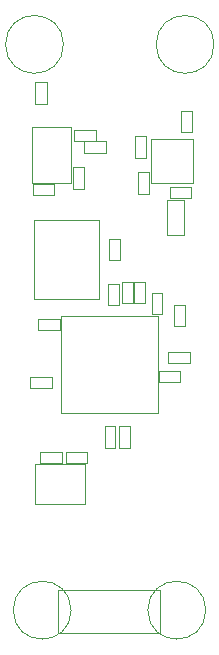
<source format=gbr>
G04 #@! TF.GenerationSoftware,KiCad,Pcbnew,(5.1.9)-1*
G04 #@! TF.CreationDate,2021-05-15T18:25:28+01:00*
G04 #@! TF.ProjectId,EnvOpenPico,456e764f-7065-46e5-9069-636f2e6b6963,REV1*
G04 #@! TF.SameCoordinates,Original*
G04 #@! TF.FileFunction,Other,User*
%FSLAX46Y46*%
G04 Gerber Fmt 4.6, Leading zero omitted, Abs format (unit mm)*
G04 Created by KiCad (PCBNEW (5.1.9)-1) date 2021-05-15 18:25:28*
%MOMM*%
%LPD*%
G01*
G04 APERTURE LIST*
%ADD10C,0.050000*%
G04 APERTURE END LIST*
D10*
X97300000Y-80445000D02*
X102800000Y-80445000D01*
X102800000Y-80445000D02*
X102800000Y-73805000D01*
X102800000Y-73805000D02*
X97300000Y-73805000D01*
X97300000Y-73805000D02*
X97300000Y-80445000D01*
X108560000Y-75040000D02*
X108560000Y-72080000D01*
X110020000Y-75040000D02*
X108560000Y-75040000D01*
X110020000Y-72080000D02*
X110020000Y-75040000D01*
X108560000Y-72080000D02*
X110020000Y-72080000D01*
X105850000Y-68530000D02*
X105850000Y-66670000D01*
X106790000Y-68530000D02*
X105850000Y-68530000D01*
X106790000Y-66670000D02*
X106790000Y-68530000D01*
X105850000Y-66670000D02*
X106790000Y-66670000D01*
X102570000Y-67070000D02*
X100710000Y-67070000D01*
X102570000Y-66130000D02*
X102570000Y-67070000D01*
X100710000Y-66130000D02*
X102570000Y-66130000D01*
X100710000Y-67070000D02*
X100710000Y-66130000D01*
X103390000Y-68080000D02*
X101530000Y-68080000D01*
X103390000Y-67140000D02*
X103390000Y-68080000D01*
X101530000Y-67140000D02*
X103390000Y-67140000D01*
X101530000Y-68080000D02*
X101530000Y-67140000D01*
X100480000Y-70690000D02*
X100480000Y-65890000D01*
X100480000Y-65890000D02*
X97180000Y-65890000D01*
X97180000Y-65890000D02*
X97180000Y-70690000D01*
X97180000Y-70690000D02*
X100480000Y-70690000D01*
X100640000Y-71160000D02*
X100640000Y-69340000D01*
X101560000Y-71160000D02*
X100640000Y-71160000D01*
X101560000Y-69340000D02*
X101560000Y-71160000D01*
X100640000Y-69340000D02*
X101560000Y-69340000D01*
X110800000Y-66900000D02*
X110800000Y-70700000D01*
X110800000Y-70700000D02*
X107200000Y-70700000D01*
X107200000Y-70700000D02*
X107200000Y-66900000D01*
X107200000Y-66900000D02*
X110800000Y-66900000D01*
X106090000Y-69740000D02*
X107010000Y-69740000D01*
X107010000Y-69740000D02*
X107010000Y-71560000D01*
X107010000Y-71560000D02*
X106090000Y-71560000D01*
X106090000Y-71560000D02*
X106090000Y-69740000D01*
X108815000Y-71040000D02*
X110635000Y-71040000D01*
X108815000Y-71960000D02*
X108815000Y-71040000D01*
X110635000Y-71960000D02*
X108815000Y-71960000D01*
X110635000Y-71040000D02*
X110635000Y-71960000D01*
X97425000Y-94450000D02*
X97425000Y-97850000D01*
X97425000Y-97850000D02*
X101625000Y-97850000D01*
X101625000Y-97850000D02*
X101625000Y-94450000D01*
X101625000Y-94450000D02*
X97425000Y-94450000D01*
X112550000Y-58925000D02*
G75*
G03*
X112550000Y-58925000I-2450000J0D01*
G01*
X99800000Y-58925000D02*
G75*
G03*
X99800000Y-58925000I-2450000J0D01*
G01*
X111850000Y-106825000D02*
G75*
G03*
X111850000Y-106825000I-2450000J0D01*
G01*
X100450000Y-106825000D02*
G75*
G03*
X100450000Y-106825000I-2450000J0D01*
G01*
X104535000Y-79190000D02*
X104535000Y-81010000D01*
X103615000Y-79190000D02*
X104535000Y-79190000D01*
X103615000Y-81010000D02*
X103615000Y-79190000D01*
X104535000Y-81010000D02*
X103615000Y-81010000D01*
X96980000Y-87125000D02*
X98800000Y-87125000D01*
X96980000Y-88045000D02*
X96980000Y-87125000D01*
X98800000Y-88045000D02*
X96980000Y-88045000D01*
X98800000Y-87125000D02*
X98800000Y-88045000D01*
X99660000Y-94360000D02*
X97840000Y-94360000D01*
X99660000Y-93440000D02*
X99660000Y-94360000D01*
X97840000Y-93440000D02*
X99660000Y-93440000D01*
X97840000Y-94360000D02*
X97840000Y-93440000D01*
X110060000Y-80965000D02*
X110060000Y-82785000D01*
X109140000Y-80965000D02*
X110060000Y-80965000D01*
X109140000Y-82785000D02*
X109140000Y-80965000D01*
X110060000Y-82785000D02*
X109140000Y-82785000D01*
X103290000Y-93085000D02*
X103290000Y-91265000D01*
X104210000Y-93085000D02*
X103290000Y-93085000D01*
X104210000Y-91265000D02*
X104210000Y-93085000D01*
X103290000Y-91265000D02*
X104210000Y-91265000D01*
X109710000Y-87485000D02*
X107890000Y-87485000D01*
X109710000Y-86565000D02*
X109710000Y-87485000D01*
X107890000Y-86565000D02*
X109710000Y-86565000D01*
X107890000Y-87485000D02*
X107890000Y-86565000D01*
X105770000Y-80835000D02*
X105770000Y-79015000D01*
X106690000Y-80835000D02*
X105770000Y-80835000D01*
X106690000Y-79015000D02*
X106690000Y-80835000D01*
X105770000Y-79015000D02*
X106690000Y-79015000D01*
X104790000Y-80835000D02*
X104790000Y-79015000D01*
X105710000Y-80835000D02*
X104790000Y-80835000D01*
X105710000Y-79015000D02*
X105710000Y-80835000D01*
X104790000Y-79015000D02*
X105710000Y-79015000D01*
X97210000Y-70770000D02*
X99030000Y-70770000D01*
X97210000Y-71690000D02*
X97210000Y-70770000D01*
X99030000Y-71690000D02*
X97210000Y-71690000D01*
X99030000Y-70770000D02*
X99030000Y-71690000D01*
X97690000Y-82190000D02*
X99510000Y-82190000D01*
X97690000Y-83110000D02*
X97690000Y-82190000D01*
X99510000Y-83110000D02*
X97690000Y-83110000D01*
X99510000Y-82190000D02*
X99510000Y-83110000D01*
X108185000Y-79965000D02*
X108185000Y-81785000D01*
X107265000Y-79965000D02*
X108185000Y-79965000D01*
X107265000Y-81785000D02*
X107265000Y-79965000D01*
X108185000Y-81785000D02*
X107265000Y-81785000D01*
X104540000Y-93085000D02*
X104540000Y-91265000D01*
X105460000Y-93085000D02*
X104540000Y-93085000D01*
X105460000Y-91265000D02*
X105460000Y-93085000D01*
X104540000Y-91265000D02*
X105460000Y-91265000D01*
X104585000Y-75365000D02*
X104585000Y-77185000D01*
X103665000Y-75365000D02*
X104585000Y-75365000D01*
X103665000Y-77185000D02*
X103665000Y-75365000D01*
X104585000Y-77185000D02*
X103665000Y-77185000D01*
X99990000Y-93440000D02*
X101810000Y-93440000D01*
X99990000Y-94360000D02*
X99990000Y-93440000D01*
X101810000Y-94360000D02*
X99990000Y-94360000D01*
X101810000Y-93440000D02*
X101810000Y-94360000D01*
X110660000Y-64535000D02*
X110660000Y-66355000D01*
X109740000Y-64535000D02*
X110660000Y-64535000D01*
X109740000Y-66355000D02*
X109740000Y-64535000D01*
X110660000Y-66355000D02*
X109740000Y-66355000D01*
X108620000Y-84955000D02*
X110480000Y-84955000D01*
X108620000Y-85895000D02*
X108620000Y-84955000D01*
X110480000Y-85895000D02*
X108620000Y-85895000D01*
X110480000Y-84955000D02*
X110480000Y-85895000D01*
X97430000Y-63980000D02*
X97430000Y-62120000D01*
X98370000Y-63980000D02*
X97430000Y-63980000D01*
X98370000Y-62120000D02*
X98370000Y-63980000D01*
X97430000Y-62120000D02*
X98370000Y-62120000D01*
X107810000Y-81905000D02*
X99570000Y-81905000D01*
X107810000Y-90145000D02*
X107810000Y-81905000D01*
X99570000Y-90145000D02*
X107810000Y-90145000D01*
X99570000Y-81905000D02*
X99570000Y-90145000D01*
X99350000Y-105125000D02*
X99350000Y-108725000D01*
X108000000Y-105125000D02*
X99350000Y-105125000D01*
X108000000Y-108725000D02*
X108000000Y-105125000D01*
X99350000Y-108725000D02*
X108000000Y-108725000D01*
M02*

</source>
